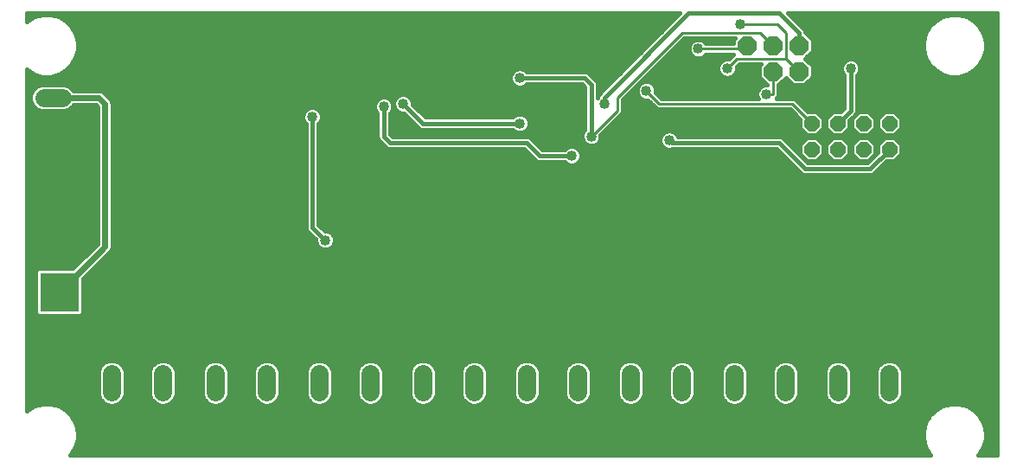
<source format=gbl>
G75*
%MOIN*%
%OFA0B0*%
%FSLAX25Y25*%
%IPPOS*%
%LPD*%
%AMOC8*
5,1,8,0,0,1.08239X$1,22.5*
%
%ADD10R,0.15000X0.15000*%
%ADD11C,0.07050*%
%ADD12OC8,0.07400*%
%ADD13OC8,0.06000*%
%ADD14C,0.01000*%
%ADD15C,0.04000*%
%ADD16C,0.01600*%
%ADD17C,0.02400*%
%ADD18C,0.03962*%
D10*
X0020300Y0069300D03*
D11*
X0040457Y0037825D02*
X0040457Y0030775D01*
X0060143Y0030775D02*
X0060143Y0037825D01*
X0080457Y0037825D02*
X0080457Y0030775D01*
X0100143Y0030775D02*
X0100143Y0037825D01*
X0120457Y0037825D02*
X0120457Y0030775D01*
X0140143Y0030775D02*
X0140143Y0037825D01*
X0160457Y0037825D02*
X0160457Y0030775D01*
X0180143Y0030775D02*
X0180143Y0037825D01*
X0200457Y0037825D02*
X0200457Y0030775D01*
X0220143Y0030775D02*
X0220143Y0037825D01*
X0240457Y0037825D02*
X0240457Y0030775D01*
X0260143Y0030775D02*
X0260143Y0037825D01*
X0280457Y0037825D02*
X0280457Y0030775D01*
X0300143Y0030775D02*
X0300143Y0037825D01*
X0320457Y0037825D02*
X0320457Y0030775D01*
X0340143Y0030775D02*
X0340143Y0037825D01*
X0021325Y0124457D02*
X0014275Y0124457D01*
X0014275Y0144143D02*
X0021325Y0144143D01*
D12*
X0285300Y0154300D03*
X0295300Y0154300D03*
X0305300Y0154300D03*
X0305300Y0164300D03*
X0295300Y0164300D03*
X0285300Y0164300D03*
D13*
X0310300Y0134300D03*
X0320300Y0134300D03*
X0330300Y0134300D03*
X0340300Y0134300D03*
X0340300Y0124300D03*
X0330300Y0124300D03*
X0320300Y0124300D03*
X0310300Y0124300D03*
D14*
X0310300Y0134300D02*
X0302800Y0141800D01*
X0251550Y0141800D01*
X0246550Y0146800D01*
X0235300Y0144300D02*
X0235300Y0139300D01*
X0225300Y0129300D01*
X0235300Y0144300D02*
X0260300Y0169300D01*
X0290300Y0169300D01*
X0295300Y0164300D01*
X0285300Y0164300D02*
X0284050Y0163050D01*
X0266550Y0163050D01*
X0277800Y0155550D02*
X0281550Y0159300D01*
X0300300Y0159300D01*
X0305300Y0154300D01*
X0300300Y0159300D02*
X0300300Y0169300D01*
X0296954Y0172646D01*
X0282800Y0172646D01*
X0295300Y0154300D02*
X0295300Y0145550D01*
X0292800Y0145550D01*
D15*
X0292800Y0145550D03*
X0277800Y0155550D03*
X0266550Y0163050D03*
X0282800Y0172646D03*
X0320300Y0169300D03*
X0327800Y0169300D03*
X0335300Y0169300D03*
X0342800Y0169300D03*
X0342800Y0159300D03*
X0335300Y0159300D03*
X0325300Y0155550D03*
X0350300Y0139300D03*
X0350300Y0129300D03*
X0370300Y0129300D03*
X0370300Y0139300D03*
X0370300Y0149300D03*
X0370300Y0119300D03*
X0350300Y0119300D03*
X0345300Y0109300D03*
X0335300Y0109300D03*
X0325300Y0109300D03*
X0315300Y0109300D03*
X0297800Y0113000D03*
X0287800Y0118000D03*
X0272800Y0118000D03*
X0257800Y0118000D03*
X0242800Y0118000D03*
X0227800Y0118000D03*
X0217800Y0121800D03*
X0217800Y0129800D03*
X0210300Y0129800D03*
X0197800Y0134300D03*
X0195300Y0139800D03*
X0187800Y0139800D03*
X0180300Y0139800D03*
X0202800Y0139800D03*
X0210300Y0139800D03*
X0217800Y0139800D03*
X0230300Y0141800D03*
X0246550Y0146800D03*
X0222800Y0156800D03*
X0212800Y0156800D03*
X0202800Y0156800D03*
X0197800Y0151800D03*
X0185300Y0161800D03*
X0172800Y0161800D03*
X0160300Y0161800D03*
X0147800Y0161800D03*
X0135300Y0161800D03*
X0122800Y0161800D03*
X0110300Y0161800D03*
X0097800Y0169300D03*
X0072800Y0161800D03*
X0060300Y0161800D03*
X0060300Y0169300D03*
X0047800Y0161800D03*
X0037800Y0161800D03*
X0042800Y0156800D03*
X0042800Y0144300D03*
X0042800Y0131800D03*
X0042800Y0119300D03*
X0010300Y0111800D03*
X0010300Y0106800D03*
X0010300Y0101800D03*
X0010300Y0096800D03*
X0067800Y0094300D03*
X0075300Y0094300D03*
X0075300Y0086800D03*
X0067800Y0086800D03*
X0067800Y0079300D03*
X0075300Y0079300D03*
X0107800Y0079300D03*
X0115300Y0079300D03*
X0115300Y0086800D03*
X0107800Y0086800D03*
X0107800Y0094300D03*
X0122800Y0089300D03*
X0147800Y0086800D03*
X0155300Y0086800D03*
X0155300Y0079300D03*
X0147800Y0079300D03*
X0147800Y0094300D03*
X0155300Y0094300D03*
X0180300Y0101800D03*
X0187800Y0101800D03*
X0195300Y0101800D03*
X0195300Y0094300D03*
X0187800Y0094300D03*
X0187800Y0086800D03*
X0195300Y0086800D03*
X0195300Y0079300D03*
X0187800Y0079300D03*
X0227800Y0079300D03*
X0235300Y0079300D03*
X0235300Y0086800D03*
X0227800Y0086800D03*
X0227800Y0094300D03*
X0235300Y0094300D03*
X0235300Y0101800D03*
X0227800Y0101800D03*
X0220300Y0101800D03*
X0197800Y0120800D03*
X0225300Y0129300D03*
X0255300Y0127800D03*
X0267800Y0131800D03*
X0277800Y0131800D03*
X0287800Y0131800D03*
X0297800Y0131800D03*
X0275300Y0101800D03*
X0267800Y0101800D03*
X0260300Y0101800D03*
X0267800Y0094300D03*
X0275300Y0094300D03*
X0275300Y0086800D03*
X0267800Y0086800D03*
X0267800Y0079300D03*
X0275300Y0079300D03*
X0307800Y0079300D03*
X0315300Y0079300D03*
X0315300Y0086800D03*
X0307800Y0086800D03*
X0315300Y0094300D03*
X0345300Y0079300D03*
X0355300Y0079300D03*
X0370300Y0081800D03*
X0370300Y0071800D03*
X0370300Y0061800D03*
X0357800Y0061800D03*
X0357800Y0051800D03*
X0370300Y0051800D03*
X0370300Y0041800D03*
X0357800Y0041800D03*
X0357800Y0031800D03*
X0370300Y0031800D03*
X0340300Y0011800D03*
X0320300Y0011800D03*
X0300300Y0011800D03*
X0280300Y0011800D03*
X0260300Y0011800D03*
X0240300Y0011800D03*
X0220300Y0011800D03*
X0200300Y0011800D03*
X0180300Y0011800D03*
X0160300Y0011800D03*
X0140300Y0011800D03*
X0120300Y0011800D03*
X0100300Y0011800D03*
X0080300Y0011800D03*
X0060300Y0011800D03*
X0040300Y0011800D03*
X0025300Y0031800D03*
X0015300Y0031800D03*
X0015300Y0041800D03*
X0025300Y0041800D03*
X0025300Y0051800D03*
X0015300Y0051800D03*
X0155300Y0119800D03*
X0117800Y0136800D03*
X0145300Y0140800D03*
X0152800Y0141800D03*
X0115300Y0151800D03*
X0147800Y0169300D03*
X0185300Y0169300D03*
X0197800Y0169300D03*
X0222800Y0171800D03*
X0232800Y0171800D03*
X0242800Y0171800D03*
D16*
X0024902Y0006932D02*
X0024571Y0006600D01*
X0356029Y0006600D01*
X0355698Y0006932D01*
X0354118Y0009668D01*
X0353300Y0012720D01*
X0353300Y0015880D01*
X0354118Y0018932D01*
X0355698Y0021668D01*
X0357932Y0023902D01*
X0360668Y0025482D01*
X0363720Y0026300D01*
X0366880Y0026300D01*
X0369932Y0025482D01*
X0372668Y0023902D01*
X0374902Y0021668D01*
X0376482Y0018932D01*
X0377300Y0015880D01*
X0377300Y0012720D01*
X0376482Y0009668D01*
X0374902Y0006932D01*
X0374571Y0006600D01*
X0381701Y0006600D01*
X0381701Y0176961D01*
X0301033Y0176961D01*
X0307335Y0170659D01*
X0307700Y0169777D01*
X0307700Y0169395D01*
X0310600Y0166495D01*
X0310600Y0162105D01*
X0307795Y0159300D01*
X0310600Y0156495D01*
X0310600Y0152105D01*
X0307495Y0149000D01*
X0303105Y0149000D01*
X0300300Y0151805D01*
X0297495Y0149000D01*
X0297400Y0149000D01*
X0297400Y0144680D01*
X0296620Y0143900D01*
X0303670Y0143900D01*
X0304900Y0142670D01*
X0308670Y0138900D01*
X0312205Y0138900D01*
X0314900Y0136205D01*
X0314900Y0132395D01*
X0312205Y0129700D01*
X0308395Y0129700D01*
X0305700Y0132395D01*
X0305700Y0135930D01*
X0301930Y0139700D01*
X0250680Y0139700D01*
X0247180Y0143200D01*
X0245834Y0143200D01*
X0244511Y0143748D01*
X0243498Y0144761D01*
X0242950Y0146084D01*
X0242950Y0147516D01*
X0243498Y0148839D01*
X0244511Y0149852D01*
X0245834Y0150400D01*
X0247266Y0150400D01*
X0248589Y0149852D01*
X0249602Y0148839D01*
X0250150Y0147516D01*
X0250150Y0146170D01*
X0252420Y0143900D01*
X0289587Y0143900D01*
X0289200Y0144834D01*
X0289200Y0146266D01*
X0289748Y0147589D01*
X0290761Y0148602D01*
X0292084Y0149150D01*
X0292955Y0149150D01*
X0290000Y0152105D01*
X0290000Y0156495D01*
X0290705Y0157200D01*
X0282420Y0157200D01*
X0281400Y0156180D01*
X0281400Y0154834D01*
X0280852Y0153511D01*
X0279839Y0152498D01*
X0278516Y0151950D01*
X0277084Y0151950D01*
X0275761Y0152498D01*
X0274748Y0153511D01*
X0274200Y0154834D01*
X0274200Y0156266D01*
X0274748Y0157589D01*
X0275761Y0158602D01*
X0277084Y0159150D01*
X0278430Y0159150D01*
X0279450Y0160170D01*
X0280230Y0160950D01*
X0269541Y0160950D01*
X0268589Y0159998D01*
X0267266Y0159450D01*
X0265834Y0159450D01*
X0264511Y0159998D01*
X0263498Y0161011D01*
X0262950Y0162334D01*
X0262950Y0163766D01*
X0263498Y0165089D01*
X0264511Y0166102D01*
X0265834Y0166650D01*
X0267266Y0166650D01*
X0268589Y0166102D01*
X0269541Y0165150D01*
X0280000Y0165150D01*
X0280000Y0166495D01*
X0280705Y0167200D01*
X0261170Y0167200D01*
X0237400Y0143430D01*
X0237400Y0138430D01*
X0228900Y0129930D01*
X0228900Y0128584D01*
X0228352Y0127261D01*
X0227339Y0126248D01*
X0226016Y0125700D01*
X0224584Y0125700D01*
X0223261Y0126248D01*
X0222248Y0127261D01*
X0221700Y0128584D01*
X0221700Y0130016D01*
X0222248Y0131339D01*
X0222900Y0131991D01*
X0222900Y0148306D01*
X0221806Y0149400D01*
X0200491Y0149400D01*
X0199839Y0148748D01*
X0198516Y0148200D01*
X0197084Y0148200D01*
X0195761Y0148748D01*
X0194748Y0149761D01*
X0194200Y0151084D01*
X0194200Y0152516D01*
X0194748Y0153839D01*
X0195761Y0154852D01*
X0197084Y0155400D01*
X0198516Y0155400D01*
X0199839Y0154852D01*
X0200491Y0154200D01*
X0223277Y0154200D01*
X0224159Y0153835D01*
X0224835Y0153159D01*
X0227335Y0150659D01*
X0227700Y0149777D01*
X0227700Y0144291D01*
X0227900Y0144491D01*
X0227900Y0144777D01*
X0228265Y0145659D01*
X0228941Y0146335D01*
X0259567Y0176961D01*
X0007600Y0176961D01*
X0007600Y0173571D01*
X0007932Y0173902D01*
X0010668Y0175482D01*
X0013720Y0176300D01*
X0016880Y0176300D01*
X0019932Y0175482D01*
X0022668Y0173902D01*
X0024902Y0171668D01*
X0026482Y0168932D01*
X0027300Y0165880D01*
X0027300Y0162720D01*
X0026482Y0159668D01*
X0024902Y0156932D01*
X0022668Y0154698D01*
X0019932Y0153118D01*
X0016880Y0152300D01*
X0013720Y0152300D01*
X0010668Y0153118D01*
X0007932Y0154698D01*
X0007600Y0155029D01*
X0007600Y0023571D01*
X0007932Y0023902D01*
X0010668Y0025482D01*
X0013720Y0026300D01*
X0016880Y0026300D01*
X0019932Y0025482D01*
X0022668Y0023902D01*
X0024902Y0021668D01*
X0026482Y0018932D01*
X0027300Y0015880D01*
X0027300Y0012720D01*
X0026482Y0009668D01*
X0024902Y0006932D01*
X0025631Y0008194D02*
X0354969Y0008194D01*
X0354084Y0009793D02*
X0026516Y0009793D01*
X0026944Y0011391D02*
X0353656Y0011391D01*
X0353300Y0012990D02*
X0027300Y0012990D01*
X0027300Y0014588D02*
X0353300Y0014588D01*
X0353382Y0016187D02*
X0027218Y0016187D01*
X0026789Y0017785D02*
X0353811Y0017785D01*
X0354379Y0019384D02*
X0026221Y0019384D01*
X0025298Y0020982D02*
X0355302Y0020982D01*
X0356610Y0022581D02*
X0023990Y0022581D01*
X0022189Y0024179D02*
X0358411Y0024179D01*
X0361771Y0025778D02*
X0341470Y0025778D01*
X0341162Y0025650D02*
X0343046Y0026430D01*
X0344487Y0027872D01*
X0345268Y0029756D01*
X0345268Y0038844D01*
X0344487Y0040728D01*
X0343046Y0042170D01*
X0341162Y0042950D01*
X0339123Y0042950D01*
X0337239Y0042170D01*
X0335798Y0040728D01*
X0335018Y0038844D01*
X0335018Y0029756D01*
X0335798Y0027872D01*
X0337239Y0026430D01*
X0339123Y0025650D01*
X0341162Y0025650D01*
X0338815Y0025778D02*
X0321785Y0025778D01*
X0321477Y0025650D02*
X0323361Y0026430D01*
X0324802Y0027872D01*
X0325582Y0029756D01*
X0325582Y0038844D01*
X0324802Y0040728D01*
X0323361Y0042170D01*
X0321477Y0042950D01*
X0319438Y0042950D01*
X0317554Y0042170D01*
X0316113Y0040728D01*
X0315332Y0038844D01*
X0315332Y0029756D01*
X0316113Y0027872D01*
X0317554Y0026430D01*
X0319438Y0025650D01*
X0321477Y0025650D01*
X0319130Y0025778D02*
X0301470Y0025778D01*
X0301162Y0025650D02*
X0303046Y0026430D01*
X0304487Y0027872D01*
X0305268Y0029756D01*
X0305268Y0038844D01*
X0304487Y0040728D01*
X0303046Y0042170D01*
X0301162Y0042950D01*
X0299123Y0042950D01*
X0297239Y0042170D01*
X0295798Y0040728D01*
X0295018Y0038844D01*
X0295018Y0029756D01*
X0295798Y0027872D01*
X0297239Y0026430D01*
X0299123Y0025650D01*
X0301162Y0025650D01*
X0298815Y0025778D02*
X0281785Y0025778D01*
X0281477Y0025650D02*
X0283361Y0026430D01*
X0284802Y0027872D01*
X0285582Y0029756D01*
X0285582Y0038844D01*
X0284802Y0040728D01*
X0283361Y0042170D01*
X0281477Y0042950D01*
X0279438Y0042950D01*
X0277554Y0042170D01*
X0276113Y0040728D01*
X0275332Y0038844D01*
X0275332Y0029756D01*
X0276113Y0027872D01*
X0277554Y0026430D01*
X0279438Y0025650D01*
X0281477Y0025650D01*
X0279130Y0025778D02*
X0261470Y0025778D01*
X0261162Y0025650D02*
X0263046Y0026430D01*
X0264487Y0027872D01*
X0265268Y0029756D01*
X0265268Y0038844D01*
X0264487Y0040728D01*
X0263046Y0042170D01*
X0261162Y0042950D01*
X0259123Y0042950D01*
X0257239Y0042170D01*
X0255798Y0040728D01*
X0255018Y0038844D01*
X0255018Y0029756D01*
X0255798Y0027872D01*
X0257239Y0026430D01*
X0259123Y0025650D01*
X0261162Y0025650D01*
X0258815Y0025778D02*
X0241785Y0025778D01*
X0241477Y0025650D02*
X0243361Y0026430D01*
X0244802Y0027872D01*
X0245582Y0029756D01*
X0245582Y0038844D01*
X0244802Y0040728D01*
X0243361Y0042170D01*
X0241477Y0042950D01*
X0239438Y0042950D01*
X0237554Y0042170D01*
X0236113Y0040728D01*
X0235332Y0038844D01*
X0235332Y0029756D01*
X0236113Y0027872D01*
X0237554Y0026430D01*
X0239438Y0025650D01*
X0241477Y0025650D01*
X0239130Y0025778D02*
X0221470Y0025778D01*
X0221162Y0025650D02*
X0223046Y0026430D01*
X0224487Y0027872D01*
X0225268Y0029756D01*
X0225268Y0038844D01*
X0224487Y0040728D01*
X0223046Y0042170D01*
X0221162Y0042950D01*
X0219123Y0042950D01*
X0217239Y0042170D01*
X0215798Y0040728D01*
X0215018Y0038844D01*
X0215018Y0029756D01*
X0215798Y0027872D01*
X0217239Y0026430D01*
X0219123Y0025650D01*
X0221162Y0025650D01*
X0218815Y0025778D02*
X0201785Y0025778D01*
X0201477Y0025650D02*
X0203361Y0026430D01*
X0204802Y0027872D01*
X0205582Y0029756D01*
X0205582Y0038844D01*
X0204802Y0040728D01*
X0203361Y0042170D01*
X0201477Y0042950D01*
X0199438Y0042950D01*
X0197554Y0042170D01*
X0196113Y0040728D01*
X0195332Y0038844D01*
X0195332Y0029756D01*
X0196113Y0027872D01*
X0197554Y0026430D01*
X0199438Y0025650D01*
X0201477Y0025650D01*
X0199130Y0025778D02*
X0181470Y0025778D01*
X0181162Y0025650D02*
X0183046Y0026430D01*
X0184487Y0027872D01*
X0185268Y0029756D01*
X0185268Y0038844D01*
X0184487Y0040728D01*
X0183046Y0042170D01*
X0181162Y0042950D01*
X0179123Y0042950D01*
X0177239Y0042170D01*
X0175798Y0040728D01*
X0175018Y0038844D01*
X0175018Y0029756D01*
X0175798Y0027872D01*
X0177239Y0026430D01*
X0179123Y0025650D01*
X0181162Y0025650D01*
X0178815Y0025778D02*
X0161785Y0025778D01*
X0161477Y0025650D02*
X0163361Y0026430D01*
X0164802Y0027872D01*
X0165582Y0029756D01*
X0165582Y0038844D01*
X0164802Y0040728D01*
X0163361Y0042170D01*
X0161477Y0042950D01*
X0159438Y0042950D01*
X0157554Y0042170D01*
X0156113Y0040728D01*
X0155332Y0038844D01*
X0155332Y0029756D01*
X0156113Y0027872D01*
X0157554Y0026430D01*
X0159438Y0025650D01*
X0161477Y0025650D01*
X0159130Y0025778D02*
X0141470Y0025778D01*
X0141162Y0025650D02*
X0143046Y0026430D01*
X0144487Y0027872D01*
X0145268Y0029756D01*
X0145268Y0038844D01*
X0144487Y0040728D01*
X0143046Y0042170D01*
X0141162Y0042950D01*
X0139123Y0042950D01*
X0137239Y0042170D01*
X0135798Y0040728D01*
X0135018Y0038844D01*
X0135018Y0029756D01*
X0135798Y0027872D01*
X0137239Y0026430D01*
X0139123Y0025650D01*
X0141162Y0025650D01*
X0138815Y0025778D02*
X0121785Y0025778D01*
X0121477Y0025650D02*
X0123361Y0026430D01*
X0124802Y0027872D01*
X0125582Y0029756D01*
X0125582Y0038844D01*
X0124802Y0040728D01*
X0123361Y0042170D01*
X0121477Y0042950D01*
X0119438Y0042950D01*
X0117554Y0042170D01*
X0116113Y0040728D01*
X0115332Y0038844D01*
X0115332Y0029756D01*
X0116113Y0027872D01*
X0117554Y0026430D01*
X0119438Y0025650D01*
X0121477Y0025650D01*
X0119130Y0025778D02*
X0101470Y0025778D01*
X0101162Y0025650D02*
X0103046Y0026430D01*
X0104487Y0027872D01*
X0105268Y0029756D01*
X0105268Y0038844D01*
X0104487Y0040728D01*
X0103046Y0042170D01*
X0101162Y0042950D01*
X0099123Y0042950D01*
X0097239Y0042170D01*
X0095798Y0040728D01*
X0095018Y0038844D01*
X0095018Y0029756D01*
X0095798Y0027872D01*
X0097239Y0026430D01*
X0099123Y0025650D01*
X0101162Y0025650D01*
X0098815Y0025778D02*
X0081785Y0025778D01*
X0081477Y0025650D02*
X0083361Y0026430D01*
X0084802Y0027872D01*
X0085582Y0029756D01*
X0085582Y0038844D01*
X0084802Y0040728D01*
X0083361Y0042170D01*
X0081477Y0042950D01*
X0079438Y0042950D01*
X0077554Y0042170D01*
X0076113Y0040728D01*
X0075332Y0038844D01*
X0075332Y0029756D01*
X0076113Y0027872D01*
X0077554Y0026430D01*
X0079438Y0025650D01*
X0081477Y0025650D01*
X0079130Y0025778D02*
X0061470Y0025778D01*
X0061162Y0025650D02*
X0063046Y0026430D01*
X0064487Y0027872D01*
X0065268Y0029756D01*
X0065268Y0038844D01*
X0064487Y0040728D01*
X0063046Y0042170D01*
X0061162Y0042950D01*
X0059123Y0042950D01*
X0057239Y0042170D01*
X0055798Y0040728D01*
X0055018Y0038844D01*
X0055018Y0029756D01*
X0055798Y0027872D01*
X0057239Y0026430D01*
X0059123Y0025650D01*
X0061162Y0025650D01*
X0058815Y0025778D02*
X0041785Y0025778D01*
X0041477Y0025650D02*
X0043361Y0026430D01*
X0044802Y0027872D01*
X0045582Y0029756D01*
X0045582Y0038844D01*
X0044802Y0040728D01*
X0043361Y0042170D01*
X0041477Y0042950D01*
X0039438Y0042950D01*
X0037554Y0042170D01*
X0036113Y0040728D01*
X0035332Y0038844D01*
X0035332Y0029756D01*
X0036113Y0027872D01*
X0037554Y0026430D01*
X0039438Y0025650D01*
X0041477Y0025650D01*
X0039130Y0025778D02*
X0018829Y0025778D01*
X0011771Y0025778D02*
X0007600Y0025778D01*
X0007600Y0027376D02*
X0036608Y0027376D01*
X0035656Y0028975D02*
X0007600Y0028975D01*
X0007600Y0030573D02*
X0035332Y0030573D01*
X0035332Y0032172D02*
X0007600Y0032172D01*
X0007600Y0033770D02*
X0035332Y0033770D01*
X0035332Y0035369D02*
X0007600Y0035369D01*
X0007600Y0036967D02*
X0035332Y0036967D01*
X0035332Y0038566D02*
X0007600Y0038566D01*
X0007600Y0040164D02*
X0035879Y0040164D01*
X0037147Y0041763D02*
X0007600Y0041763D01*
X0007600Y0043361D02*
X0381701Y0043361D01*
X0381701Y0041763D02*
X0343453Y0041763D01*
X0344721Y0040164D02*
X0381701Y0040164D01*
X0381701Y0038566D02*
X0345268Y0038566D01*
X0345268Y0036967D02*
X0381701Y0036967D01*
X0381701Y0035369D02*
X0345268Y0035369D01*
X0345268Y0033770D02*
X0381701Y0033770D01*
X0381701Y0032172D02*
X0345268Y0032172D01*
X0345268Y0030573D02*
X0381701Y0030573D01*
X0381701Y0028975D02*
X0344944Y0028975D01*
X0343992Y0027376D02*
X0381701Y0027376D01*
X0381701Y0025778D02*
X0368829Y0025778D01*
X0372189Y0024179D02*
X0381701Y0024179D01*
X0381701Y0022581D02*
X0373990Y0022581D01*
X0375298Y0020982D02*
X0381701Y0020982D01*
X0381701Y0019384D02*
X0376221Y0019384D01*
X0376789Y0017785D02*
X0381701Y0017785D01*
X0381701Y0016187D02*
X0377218Y0016187D01*
X0377300Y0014588D02*
X0381701Y0014588D01*
X0381701Y0012990D02*
X0377300Y0012990D01*
X0376944Y0011391D02*
X0381701Y0011391D01*
X0381701Y0009793D02*
X0376516Y0009793D01*
X0375631Y0008194D02*
X0381701Y0008194D01*
X0336293Y0027376D02*
X0324307Y0027376D01*
X0325259Y0028975D02*
X0335341Y0028975D01*
X0335018Y0030573D02*
X0325582Y0030573D01*
X0325582Y0032172D02*
X0335018Y0032172D01*
X0335018Y0033770D02*
X0325582Y0033770D01*
X0325582Y0035369D02*
X0335018Y0035369D01*
X0335018Y0036967D02*
X0325582Y0036967D01*
X0325582Y0038566D02*
X0335018Y0038566D01*
X0335564Y0040164D02*
X0325036Y0040164D01*
X0323768Y0041763D02*
X0336832Y0041763D01*
X0317147Y0041763D02*
X0303453Y0041763D01*
X0304721Y0040164D02*
X0315879Y0040164D01*
X0315332Y0038566D02*
X0305268Y0038566D01*
X0305268Y0036967D02*
X0315332Y0036967D01*
X0315332Y0035369D02*
X0305268Y0035369D01*
X0305268Y0033770D02*
X0315332Y0033770D01*
X0315332Y0032172D02*
X0305268Y0032172D01*
X0305268Y0030573D02*
X0315332Y0030573D01*
X0315656Y0028975D02*
X0304944Y0028975D01*
X0303992Y0027376D02*
X0316608Y0027376D01*
X0296293Y0027376D02*
X0284307Y0027376D01*
X0285259Y0028975D02*
X0295341Y0028975D01*
X0295018Y0030573D02*
X0285582Y0030573D01*
X0285582Y0032172D02*
X0295018Y0032172D01*
X0295018Y0033770D02*
X0285582Y0033770D01*
X0285582Y0035369D02*
X0295018Y0035369D01*
X0295018Y0036967D02*
X0285582Y0036967D01*
X0285582Y0038566D02*
X0295018Y0038566D01*
X0295564Y0040164D02*
X0285036Y0040164D01*
X0283768Y0041763D02*
X0296832Y0041763D01*
X0277147Y0041763D02*
X0263453Y0041763D01*
X0264721Y0040164D02*
X0275879Y0040164D01*
X0275332Y0038566D02*
X0265268Y0038566D01*
X0265268Y0036967D02*
X0275332Y0036967D01*
X0275332Y0035369D02*
X0265268Y0035369D01*
X0265268Y0033770D02*
X0275332Y0033770D01*
X0275332Y0032172D02*
X0265268Y0032172D01*
X0265268Y0030573D02*
X0275332Y0030573D01*
X0275656Y0028975D02*
X0264944Y0028975D01*
X0263992Y0027376D02*
X0276608Y0027376D01*
X0256293Y0027376D02*
X0244307Y0027376D01*
X0245259Y0028975D02*
X0255341Y0028975D01*
X0255018Y0030573D02*
X0245582Y0030573D01*
X0245582Y0032172D02*
X0255018Y0032172D01*
X0255018Y0033770D02*
X0245582Y0033770D01*
X0245582Y0035369D02*
X0255018Y0035369D01*
X0255018Y0036967D02*
X0245582Y0036967D01*
X0245582Y0038566D02*
X0255018Y0038566D01*
X0255564Y0040164D02*
X0245036Y0040164D01*
X0243768Y0041763D02*
X0256832Y0041763D01*
X0237147Y0041763D02*
X0223453Y0041763D01*
X0224721Y0040164D02*
X0235879Y0040164D01*
X0235332Y0038566D02*
X0225268Y0038566D01*
X0225268Y0036967D02*
X0235332Y0036967D01*
X0235332Y0035369D02*
X0225268Y0035369D01*
X0225268Y0033770D02*
X0235332Y0033770D01*
X0235332Y0032172D02*
X0225268Y0032172D01*
X0225268Y0030573D02*
X0235332Y0030573D01*
X0235656Y0028975D02*
X0224944Y0028975D01*
X0223992Y0027376D02*
X0236608Y0027376D01*
X0216293Y0027376D02*
X0204307Y0027376D01*
X0205259Y0028975D02*
X0215341Y0028975D01*
X0215018Y0030573D02*
X0205582Y0030573D01*
X0205582Y0032172D02*
X0215018Y0032172D01*
X0215018Y0033770D02*
X0205582Y0033770D01*
X0205582Y0035369D02*
X0215018Y0035369D01*
X0215018Y0036967D02*
X0205582Y0036967D01*
X0205582Y0038566D02*
X0215018Y0038566D01*
X0215564Y0040164D02*
X0205036Y0040164D01*
X0203768Y0041763D02*
X0216832Y0041763D01*
X0197147Y0041763D02*
X0183453Y0041763D01*
X0184721Y0040164D02*
X0195879Y0040164D01*
X0195332Y0038566D02*
X0185268Y0038566D01*
X0185268Y0036967D02*
X0195332Y0036967D01*
X0195332Y0035369D02*
X0185268Y0035369D01*
X0185268Y0033770D02*
X0195332Y0033770D01*
X0195332Y0032172D02*
X0185268Y0032172D01*
X0185268Y0030573D02*
X0195332Y0030573D01*
X0195656Y0028975D02*
X0184944Y0028975D01*
X0183992Y0027376D02*
X0196608Y0027376D01*
X0176293Y0027376D02*
X0164307Y0027376D01*
X0165259Y0028975D02*
X0175341Y0028975D01*
X0175018Y0030573D02*
X0165582Y0030573D01*
X0165582Y0032172D02*
X0175018Y0032172D01*
X0175018Y0033770D02*
X0165582Y0033770D01*
X0165582Y0035369D02*
X0175018Y0035369D01*
X0175018Y0036967D02*
X0165582Y0036967D01*
X0165582Y0038566D02*
X0175018Y0038566D01*
X0175564Y0040164D02*
X0165036Y0040164D01*
X0163768Y0041763D02*
X0176832Y0041763D01*
X0157147Y0041763D02*
X0143453Y0041763D01*
X0144721Y0040164D02*
X0155879Y0040164D01*
X0155332Y0038566D02*
X0145268Y0038566D01*
X0145268Y0036967D02*
X0155332Y0036967D01*
X0155332Y0035369D02*
X0145268Y0035369D01*
X0145268Y0033770D02*
X0155332Y0033770D01*
X0155332Y0032172D02*
X0145268Y0032172D01*
X0145268Y0030573D02*
X0155332Y0030573D01*
X0155656Y0028975D02*
X0144944Y0028975D01*
X0143992Y0027376D02*
X0156608Y0027376D01*
X0136293Y0027376D02*
X0124307Y0027376D01*
X0125259Y0028975D02*
X0135341Y0028975D01*
X0135018Y0030573D02*
X0125582Y0030573D01*
X0125582Y0032172D02*
X0135018Y0032172D01*
X0135018Y0033770D02*
X0125582Y0033770D01*
X0125582Y0035369D02*
X0135018Y0035369D01*
X0135018Y0036967D02*
X0125582Y0036967D01*
X0125582Y0038566D02*
X0135018Y0038566D01*
X0135564Y0040164D02*
X0125036Y0040164D01*
X0123768Y0041763D02*
X0136832Y0041763D01*
X0117147Y0041763D02*
X0103453Y0041763D01*
X0104721Y0040164D02*
X0115879Y0040164D01*
X0115332Y0038566D02*
X0105268Y0038566D01*
X0105268Y0036967D02*
X0115332Y0036967D01*
X0115332Y0035369D02*
X0105268Y0035369D01*
X0105268Y0033770D02*
X0115332Y0033770D01*
X0115332Y0032172D02*
X0105268Y0032172D01*
X0105268Y0030573D02*
X0115332Y0030573D01*
X0115656Y0028975D02*
X0104944Y0028975D01*
X0103992Y0027376D02*
X0116608Y0027376D01*
X0096293Y0027376D02*
X0084307Y0027376D01*
X0085259Y0028975D02*
X0095341Y0028975D01*
X0095018Y0030573D02*
X0085582Y0030573D01*
X0085582Y0032172D02*
X0095018Y0032172D01*
X0095018Y0033770D02*
X0085582Y0033770D01*
X0085582Y0035369D02*
X0095018Y0035369D01*
X0095018Y0036967D02*
X0085582Y0036967D01*
X0085582Y0038566D02*
X0095018Y0038566D01*
X0095564Y0040164D02*
X0085036Y0040164D01*
X0083768Y0041763D02*
X0096832Y0041763D01*
X0077147Y0041763D02*
X0063453Y0041763D01*
X0064721Y0040164D02*
X0075879Y0040164D01*
X0075332Y0038566D02*
X0065268Y0038566D01*
X0065268Y0036967D02*
X0075332Y0036967D01*
X0075332Y0035369D02*
X0065268Y0035369D01*
X0065268Y0033770D02*
X0075332Y0033770D01*
X0075332Y0032172D02*
X0065268Y0032172D01*
X0065268Y0030573D02*
X0075332Y0030573D01*
X0075656Y0028975D02*
X0064944Y0028975D01*
X0063992Y0027376D02*
X0076608Y0027376D01*
X0056293Y0027376D02*
X0044307Y0027376D01*
X0045259Y0028975D02*
X0055341Y0028975D01*
X0055018Y0030573D02*
X0045582Y0030573D01*
X0045582Y0032172D02*
X0055018Y0032172D01*
X0055018Y0033770D02*
X0045582Y0033770D01*
X0045582Y0035369D02*
X0055018Y0035369D01*
X0055018Y0036967D02*
X0045582Y0036967D01*
X0045582Y0038566D02*
X0055018Y0038566D01*
X0055564Y0040164D02*
X0045036Y0040164D01*
X0043768Y0041763D02*
X0056832Y0041763D01*
X0029400Y0061137D02*
X0028463Y0060200D01*
X0012137Y0060200D01*
X0011200Y0061137D01*
X0011200Y0077463D01*
X0012137Y0078400D01*
X0025440Y0078400D01*
X0035000Y0087960D01*
X0035000Y0140640D01*
X0034298Y0141343D01*
X0025712Y0141343D01*
X0025670Y0141239D01*
X0024228Y0139798D01*
X0022344Y0139018D01*
X0013256Y0139018D01*
X0011372Y0139798D01*
X0009930Y0141239D01*
X0009150Y0143123D01*
X0009150Y0145162D01*
X0009930Y0147046D01*
X0011372Y0148487D01*
X0013256Y0149268D01*
X0022344Y0149268D01*
X0024228Y0148487D01*
X0025670Y0147046D01*
X0025712Y0146943D01*
X0036014Y0146943D01*
X0037044Y0146516D01*
X0039386Y0144174D01*
X0040174Y0143386D01*
X0040600Y0142357D01*
X0040600Y0086243D01*
X0040174Y0085214D01*
X0029400Y0074440D01*
X0029400Y0061137D01*
X0029208Y0060945D02*
X0381701Y0060945D01*
X0381701Y0062543D02*
X0029400Y0062543D01*
X0029400Y0064142D02*
X0381701Y0064142D01*
X0381701Y0065740D02*
X0029400Y0065740D01*
X0029400Y0067339D02*
X0381701Y0067339D01*
X0381701Y0068937D02*
X0029400Y0068937D01*
X0029400Y0070536D02*
X0381701Y0070536D01*
X0381701Y0072134D02*
X0029400Y0072134D01*
X0029400Y0073733D02*
X0381701Y0073733D01*
X0381701Y0075332D02*
X0030291Y0075332D01*
X0031890Y0076930D02*
X0381701Y0076930D01*
X0381701Y0078529D02*
X0033488Y0078529D01*
X0035087Y0080127D02*
X0381701Y0080127D01*
X0381701Y0081726D02*
X0036685Y0081726D01*
X0038284Y0083324D02*
X0381701Y0083324D01*
X0381701Y0084923D02*
X0039882Y0084923D01*
X0040600Y0086521D02*
X0120488Y0086521D01*
X0120761Y0086248D02*
X0122084Y0085700D01*
X0123516Y0085700D01*
X0124839Y0086248D01*
X0125852Y0087261D01*
X0126400Y0088584D01*
X0126400Y0090016D01*
X0125852Y0091339D01*
X0124839Y0092352D01*
X0123516Y0092900D01*
X0122594Y0092900D01*
X0120200Y0095294D01*
X0120200Y0134109D01*
X0120852Y0134761D01*
X0121400Y0136084D01*
X0121400Y0137516D01*
X0120852Y0138839D01*
X0119839Y0139852D01*
X0118516Y0140400D01*
X0117084Y0140400D01*
X0115761Y0139852D01*
X0114748Y0138839D01*
X0114200Y0137516D01*
X0114200Y0136084D01*
X0114748Y0134761D01*
X0115400Y0134109D01*
X0115400Y0093823D01*
X0115765Y0092941D01*
X0119200Y0089506D01*
X0119200Y0088584D01*
X0119748Y0087261D01*
X0120761Y0086248D01*
X0119392Y0088120D02*
X0040600Y0088120D01*
X0040600Y0089718D02*
X0118988Y0089718D01*
X0117389Y0091317D02*
X0040600Y0091317D01*
X0040600Y0092915D02*
X0115791Y0092915D01*
X0115400Y0094514D02*
X0040600Y0094514D01*
X0040600Y0096112D02*
X0115400Y0096112D01*
X0115400Y0097711D02*
X0040600Y0097711D01*
X0040600Y0099309D02*
X0115400Y0099309D01*
X0115400Y0100908D02*
X0040600Y0100908D01*
X0040600Y0102506D02*
X0115400Y0102506D01*
X0115400Y0104105D02*
X0040600Y0104105D01*
X0040600Y0105703D02*
X0115400Y0105703D01*
X0115400Y0107302D02*
X0040600Y0107302D01*
X0040600Y0108900D02*
X0115400Y0108900D01*
X0115400Y0110499D02*
X0040600Y0110499D01*
X0040600Y0112097D02*
X0115400Y0112097D01*
X0115400Y0113696D02*
X0040600Y0113696D01*
X0040600Y0115294D02*
X0115400Y0115294D01*
X0115400Y0116893D02*
X0040600Y0116893D01*
X0040600Y0118491D02*
X0115400Y0118491D01*
X0115400Y0120090D02*
X0040600Y0120090D01*
X0040600Y0121688D02*
X0115400Y0121688D01*
X0115400Y0123287D02*
X0040600Y0123287D01*
X0040600Y0124885D02*
X0115400Y0124885D01*
X0115400Y0126484D02*
X0040600Y0126484D01*
X0040600Y0128082D02*
X0115400Y0128082D01*
X0115400Y0129681D02*
X0040600Y0129681D01*
X0040600Y0131279D02*
X0115400Y0131279D01*
X0115400Y0132878D02*
X0040600Y0132878D01*
X0040600Y0134476D02*
X0115032Y0134476D01*
X0114204Y0136075D02*
X0040600Y0136075D01*
X0040600Y0137673D02*
X0114265Y0137673D01*
X0115181Y0139272D02*
X0040600Y0139272D01*
X0040600Y0140870D02*
X0141700Y0140870D01*
X0141700Y0141516D02*
X0141700Y0140084D01*
X0142248Y0138761D01*
X0142900Y0138109D01*
X0142900Y0128823D01*
X0143265Y0127941D01*
X0145765Y0125441D01*
X0146441Y0124765D01*
X0147323Y0124400D01*
X0199306Y0124400D01*
X0203265Y0120441D01*
X0203941Y0119765D01*
X0204823Y0119400D01*
X0215109Y0119400D01*
X0215761Y0118748D01*
X0217084Y0118200D01*
X0218516Y0118200D01*
X0219839Y0118748D01*
X0220852Y0119761D01*
X0221400Y0121084D01*
X0221400Y0122516D01*
X0220852Y0123839D01*
X0219839Y0124852D01*
X0218516Y0125400D01*
X0217084Y0125400D01*
X0215761Y0124852D01*
X0215109Y0124200D01*
X0206294Y0124200D01*
X0201659Y0128835D01*
X0200777Y0129200D01*
X0148794Y0129200D01*
X0147700Y0130294D01*
X0147700Y0138109D01*
X0148352Y0138761D01*
X0148900Y0140084D01*
X0148900Y0141516D01*
X0148352Y0142839D01*
X0147339Y0143852D01*
X0146016Y0144400D01*
X0144584Y0144400D01*
X0143261Y0143852D01*
X0142248Y0142839D01*
X0141700Y0141516D01*
X0142095Y0142469D02*
X0040554Y0142469D01*
X0039492Y0144068D02*
X0143781Y0144068D01*
X0146819Y0144068D02*
X0149976Y0144068D01*
X0149748Y0143839D02*
X0149200Y0142516D01*
X0149200Y0141084D01*
X0149748Y0139761D01*
X0150761Y0138748D01*
X0152084Y0138200D01*
X0153006Y0138200D01*
X0158265Y0132941D01*
X0158941Y0132265D01*
X0159823Y0131900D01*
X0195109Y0131900D01*
X0195761Y0131248D01*
X0197084Y0130700D01*
X0198516Y0130700D01*
X0199839Y0131248D01*
X0200852Y0132261D01*
X0201400Y0133584D01*
X0201400Y0135016D01*
X0200852Y0136339D01*
X0199839Y0137352D01*
X0198516Y0137900D01*
X0197084Y0137900D01*
X0195761Y0137352D01*
X0195109Y0136700D01*
X0161294Y0136700D01*
X0156400Y0141594D01*
X0156400Y0142516D01*
X0155852Y0143839D01*
X0154839Y0144852D01*
X0153516Y0145400D01*
X0152084Y0145400D01*
X0150761Y0144852D01*
X0149748Y0143839D01*
X0149200Y0142469D02*
X0148505Y0142469D01*
X0148900Y0140870D02*
X0149288Y0140870D01*
X0148564Y0139272D02*
X0150237Y0139272D01*
X0147700Y0137673D02*
X0153532Y0137673D01*
X0155131Y0136075D02*
X0147700Y0136075D01*
X0147700Y0134476D02*
X0156729Y0134476D01*
X0158328Y0132878D02*
X0147700Y0132878D01*
X0147700Y0131279D02*
X0195729Y0131279D01*
X0197800Y0134300D02*
X0160300Y0134300D01*
X0152800Y0141800D01*
X0155624Y0144068D02*
X0222900Y0144068D01*
X0222900Y0145666D02*
X0037894Y0145666D01*
X0034770Y0140870D02*
X0025301Y0140870D01*
X0022959Y0139272D02*
X0035000Y0139272D01*
X0035000Y0137673D02*
X0007600Y0137673D01*
X0007600Y0136075D02*
X0035000Y0136075D01*
X0035000Y0134476D02*
X0007600Y0134476D01*
X0007600Y0132878D02*
X0035000Y0132878D01*
X0035000Y0131279D02*
X0007600Y0131279D01*
X0007600Y0129681D02*
X0035000Y0129681D01*
X0035000Y0128082D02*
X0007600Y0128082D01*
X0007600Y0126484D02*
X0035000Y0126484D01*
X0035000Y0124885D02*
X0007600Y0124885D01*
X0007600Y0123287D02*
X0035000Y0123287D01*
X0035000Y0121688D02*
X0007600Y0121688D01*
X0007600Y0120090D02*
X0035000Y0120090D01*
X0035000Y0118491D02*
X0007600Y0118491D01*
X0007600Y0116893D02*
X0035000Y0116893D01*
X0035000Y0115294D02*
X0007600Y0115294D01*
X0007600Y0113696D02*
X0035000Y0113696D01*
X0035000Y0112097D02*
X0007600Y0112097D01*
X0007600Y0110499D02*
X0035000Y0110499D01*
X0035000Y0108900D02*
X0007600Y0108900D01*
X0007600Y0107302D02*
X0035000Y0107302D01*
X0035000Y0105703D02*
X0007600Y0105703D01*
X0007600Y0104105D02*
X0035000Y0104105D01*
X0035000Y0102506D02*
X0007600Y0102506D01*
X0007600Y0100908D02*
X0035000Y0100908D01*
X0035000Y0099309D02*
X0007600Y0099309D01*
X0007600Y0097711D02*
X0035000Y0097711D01*
X0035000Y0096112D02*
X0007600Y0096112D01*
X0007600Y0094514D02*
X0035000Y0094514D01*
X0035000Y0092915D02*
X0007600Y0092915D01*
X0007600Y0091317D02*
X0035000Y0091317D01*
X0035000Y0089718D02*
X0007600Y0089718D01*
X0007600Y0088120D02*
X0035000Y0088120D01*
X0033561Y0086521D02*
X0007600Y0086521D01*
X0007600Y0084923D02*
X0031963Y0084923D01*
X0030364Y0083324D02*
X0007600Y0083324D01*
X0007600Y0081726D02*
X0028766Y0081726D01*
X0027167Y0080127D02*
X0007600Y0080127D01*
X0007600Y0078529D02*
X0025569Y0078529D01*
X0011200Y0076930D02*
X0007600Y0076930D01*
X0007600Y0075332D02*
X0011200Y0075332D01*
X0011200Y0073733D02*
X0007600Y0073733D01*
X0007600Y0072134D02*
X0011200Y0072134D01*
X0011200Y0070536D02*
X0007600Y0070536D01*
X0007600Y0068937D02*
X0011200Y0068937D01*
X0011200Y0067339D02*
X0007600Y0067339D01*
X0007600Y0065740D02*
X0011200Y0065740D01*
X0011200Y0064142D02*
X0007600Y0064142D01*
X0007600Y0062543D02*
X0011200Y0062543D01*
X0011392Y0060945D02*
X0007600Y0060945D01*
X0007600Y0059346D02*
X0381701Y0059346D01*
X0381701Y0057748D02*
X0007600Y0057748D01*
X0007600Y0056149D02*
X0381701Y0056149D01*
X0381701Y0054551D02*
X0007600Y0054551D01*
X0007600Y0052952D02*
X0381701Y0052952D01*
X0381701Y0051354D02*
X0007600Y0051354D01*
X0007600Y0049755D02*
X0381701Y0049755D01*
X0381701Y0048157D02*
X0007600Y0048157D01*
X0007600Y0046558D02*
X0381701Y0046558D01*
X0381701Y0044960D02*
X0007600Y0044960D01*
X0007600Y0024179D02*
X0008411Y0024179D01*
X0125112Y0086521D02*
X0381701Y0086521D01*
X0381701Y0088120D02*
X0126208Y0088120D01*
X0126400Y0089718D02*
X0381701Y0089718D01*
X0381701Y0091317D02*
X0125861Y0091317D01*
X0122579Y0092915D02*
X0381701Y0092915D01*
X0381701Y0094514D02*
X0120980Y0094514D01*
X0120200Y0096112D02*
X0381701Y0096112D01*
X0381701Y0097711D02*
X0120200Y0097711D01*
X0120200Y0099309D02*
X0381701Y0099309D01*
X0381701Y0100908D02*
X0120200Y0100908D01*
X0120200Y0102506D02*
X0381701Y0102506D01*
X0381701Y0104105D02*
X0120200Y0104105D01*
X0120200Y0105703D02*
X0381701Y0105703D01*
X0381701Y0107302D02*
X0120200Y0107302D01*
X0120200Y0108900D02*
X0381701Y0108900D01*
X0381701Y0110499D02*
X0120200Y0110499D01*
X0120200Y0112097D02*
X0381701Y0112097D01*
X0381701Y0113696D02*
X0120200Y0113696D01*
X0120200Y0115294D02*
X0305912Y0115294D01*
X0305765Y0115441D02*
X0306441Y0114765D01*
X0307323Y0114400D01*
X0333277Y0114400D01*
X0334159Y0114765D01*
X0339094Y0119700D01*
X0342205Y0119700D01*
X0344900Y0122395D01*
X0344900Y0126205D01*
X0342205Y0128900D01*
X0338395Y0128900D01*
X0335700Y0126205D01*
X0335700Y0123094D01*
X0331806Y0119200D01*
X0308794Y0119200D01*
X0299159Y0128835D01*
X0298277Y0129200D01*
X0258617Y0129200D01*
X0258352Y0129839D01*
X0257339Y0130852D01*
X0256016Y0131400D01*
X0254584Y0131400D01*
X0253261Y0130852D01*
X0252248Y0129839D01*
X0251700Y0128516D01*
X0251700Y0127084D01*
X0252248Y0125761D01*
X0253261Y0124748D01*
X0254584Y0124200D01*
X0256016Y0124200D01*
X0256499Y0124400D01*
X0296806Y0124400D01*
X0305765Y0115441D01*
X0304313Y0116893D02*
X0120200Y0116893D01*
X0120200Y0118491D02*
X0216381Y0118491D01*
X0219219Y0118491D02*
X0302715Y0118491D01*
X0301116Y0120090D02*
X0220988Y0120090D01*
X0221400Y0121688D02*
X0299518Y0121688D01*
X0297919Y0123287D02*
X0221081Y0123287D01*
X0219758Y0124885D02*
X0253123Y0124885D01*
X0251949Y0126484D02*
X0227575Y0126484D01*
X0228692Y0128082D02*
X0251700Y0128082D01*
X0252182Y0129681D02*
X0228900Y0129681D01*
X0230249Y0131279D02*
X0254293Y0131279D01*
X0256307Y0131279D02*
X0306815Y0131279D01*
X0305700Y0132878D02*
X0231848Y0132878D01*
X0233446Y0134476D02*
X0305700Y0134476D01*
X0305555Y0136075D02*
X0235045Y0136075D01*
X0236643Y0137673D02*
X0303957Y0137673D01*
X0302358Y0139272D02*
X0237400Y0139272D01*
X0237400Y0140870D02*
X0249510Y0140870D01*
X0247911Y0142469D02*
X0237400Y0142469D01*
X0238037Y0144068D02*
X0244191Y0144068D01*
X0243123Y0145666D02*
X0239636Y0145666D01*
X0241234Y0147265D02*
X0242950Y0147265D01*
X0242833Y0148863D02*
X0243522Y0148863D01*
X0244431Y0150462D02*
X0291643Y0150462D01*
X0291391Y0148863D02*
X0249578Y0148863D01*
X0250150Y0147265D02*
X0289614Y0147265D01*
X0289200Y0145666D02*
X0250654Y0145666D01*
X0252252Y0144068D02*
X0289517Y0144068D01*
X0296787Y0144068D02*
X0322900Y0144068D01*
X0322900Y0145666D02*
X0297400Y0145666D01*
X0297400Y0147265D02*
X0322900Y0147265D01*
X0322900Y0148863D02*
X0297400Y0148863D01*
X0298957Y0150462D02*
X0301643Y0150462D01*
X0308957Y0150462D02*
X0322900Y0150462D01*
X0322900Y0152060D02*
X0310555Y0152060D01*
X0310600Y0153659D02*
X0322187Y0153659D01*
X0322248Y0153511D02*
X0322900Y0152859D01*
X0322900Y0140294D01*
X0321506Y0138900D01*
X0318395Y0138900D01*
X0315700Y0136205D01*
X0315700Y0132395D01*
X0318395Y0129700D01*
X0322205Y0129700D01*
X0324900Y0132395D01*
X0324900Y0135506D01*
X0327335Y0137941D01*
X0327700Y0138823D01*
X0327700Y0152859D01*
X0328352Y0153511D01*
X0328900Y0154834D01*
X0328900Y0156266D01*
X0328352Y0157589D01*
X0327339Y0158602D01*
X0326016Y0159150D01*
X0324584Y0159150D01*
X0323261Y0158602D01*
X0322248Y0157589D01*
X0321700Y0156266D01*
X0321700Y0154834D01*
X0322248Y0153511D01*
X0321700Y0155257D02*
X0310600Y0155257D01*
X0310240Y0156856D02*
X0321944Y0156856D01*
X0323113Y0158454D02*
X0308641Y0158454D01*
X0308548Y0160053D02*
X0354015Y0160053D01*
X0354118Y0159668D02*
X0355698Y0156932D01*
X0357932Y0154698D01*
X0360668Y0153118D01*
X0363720Y0152300D01*
X0366880Y0152300D01*
X0369932Y0153118D01*
X0372668Y0154698D01*
X0374902Y0156932D01*
X0376482Y0159668D01*
X0377300Y0162720D01*
X0377300Y0165880D01*
X0376482Y0168932D01*
X0374902Y0171668D01*
X0372668Y0173902D01*
X0369932Y0175482D01*
X0366880Y0176300D01*
X0363720Y0176300D01*
X0360668Y0175482D01*
X0357932Y0173902D01*
X0355698Y0171668D01*
X0354118Y0168932D01*
X0353300Y0165880D01*
X0353300Y0162720D01*
X0354118Y0159668D01*
X0354819Y0158454D02*
X0327487Y0158454D01*
X0328656Y0156856D02*
X0355774Y0156856D01*
X0357372Y0155257D02*
X0328900Y0155257D01*
X0328413Y0153659D02*
X0359731Y0153659D01*
X0370869Y0153659D02*
X0381701Y0153659D01*
X0381701Y0155257D02*
X0373228Y0155257D01*
X0374826Y0156856D02*
X0381701Y0156856D01*
X0381701Y0158454D02*
X0375781Y0158454D01*
X0376585Y0160053D02*
X0381701Y0160053D01*
X0381701Y0161651D02*
X0377014Y0161651D01*
X0377300Y0163250D02*
X0381701Y0163250D01*
X0381701Y0164848D02*
X0377300Y0164848D01*
X0377148Y0166447D02*
X0381701Y0166447D01*
X0381701Y0168045D02*
X0376720Y0168045D01*
X0376071Y0169644D02*
X0381701Y0169644D01*
X0381701Y0171242D02*
X0375148Y0171242D01*
X0373730Y0172841D02*
X0381701Y0172841D01*
X0381701Y0174439D02*
X0371738Y0174439D01*
X0367859Y0176038D02*
X0381701Y0176038D01*
X0362741Y0176038D02*
X0301956Y0176038D01*
X0303555Y0174439D02*
X0358862Y0174439D01*
X0356870Y0172841D02*
X0305153Y0172841D01*
X0306752Y0171242D02*
X0355452Y0171242D01*
X0354529Y0169644D02*
X0307700Y0169644D01*
X0309050Y0168045D02*
X0353880Y0168045D01*
X0353452Y0166447D02*
X0310600Y0166447D01*
X0310600Y0164848D02*
X0353300Y0164848D01*
X0353300Y0163250D02*
X0310600Y0163250D01*
X0310146Y0161651D02*
X0353586Y0161651D01*
X0327700Y0152060D02*
X0381701Y0152060D01*
X0381701Y0150462D02*
X0327700Y0150462D01*
X0327700Y0148863D02*
X0381701Y0148863D01*
X0381701Y0147265D02*
X0327700Y0147265D01*
X0327700Y0145666D02*
X0381701Y0145666D01*
X0381701Y0144068D02*
X0327700Y0144068D01*
X0327700Y0142469D02*
X0381701Y0142469D01*
X0381701Y0140870D02*
X0327700Y0140870D01*
X0327700Y0139272D02*
X0381701Y0139272D01*
X0381701Y0137673D02*
X0343432Y0137673D01*
X0342205Y0138900D02*
X0338395Y0138900D01*
X0335700Y0136205D01*
X0335700Y0132395D01*
X0338395Y0129700D01*
X0342205Y0129700D01*
X0344900Y0132395D01*
X0344900Y0136205D01*
X0342205Y0138900D01*
X0344900Y0136075D02*
X0381701Y0136075D01*
X0381701Y0134476D02*
X0344900Y0134476D01*
X0344900Y0132878D02*
X0381701Y0132878D01*
X0381701Y0131279D02*
X0343785Y0131279D01*
X0343023Y0128082D02*
X0381701Y0128082D01*
X0381701Y0126484D02*
X0344621Y0126484D01*
X0344900Y0124885D02*
X0381701Y0124885D01*
X0381701Y0123287D02*
X0344900Y0123287D01*
X0344194Y0121688D02*
X0381701Y0121688D01*
X0381701Y0120090D02*
X0342595Y0120090D01*
X0337885Y0118491D02*
X0381701Y0118491D01*
X0381701Y0116893D02*
X0336287Y0116893D01*
X0334688Y0115294D02*
X0381701Y0115294D01*
X0381701Y0129681D02*
X0258418Y0129681D01*
X0256300Y0126800D02*
X0255300Y0127800D01*
X0256300Y0126800D02*
X0297800Y0126800D01*
X0307800Y0116800D01*
X0332800Y0116800D01*
X0340300Y0124300D01*
X0335700Y0124885D02*
X0334900Y0124885D01*
X0334900Y0126205D02*
X0332205Y0128900D01*
X0328395Y0128900D01*
X0325700Y0126205D01*
X0325700Y0122395D01*
X0328395Y0119700D01*
X0332205Y0119700D01*
X0334900Y0122395D01*
X0334900Y0126205D01*
X0334621Y0126484D02*
X0335979Y0126484D01*
X0337577Y0128082D02*
X0333023Y0128082D01*
X0332205Y0129700D02*
X0328395Y0129700D01*
X0325700Y0132395D01*
X0325700Y0136205D01*
X0328395Y0138900D01*
X0332205Y0138900D01*
X0334900Y0136205D01*
X0334900Y0132395D01*
X0332205Y0129700D01*
X0333785Y0131279D02*
X0336815Y0131279D01*
X0335700Y0132878D02*
X0334900Y0132878D01*
X0334900Y0134476D02*
X0335700Y0134476D01*
X0335700Y0136075D02*
X0334900Y0136075D01*
X0333432Y0137673D02*
X0337168Y0137673D01*
X0327168Y0137673D02*
X0327068Y0137673D01*
X0325700Y0136075D02*
X0325469Y0136075D01*
X0325700Y0134476D02*
X0324900Y0134476D01*
X0324900Y0132878D02*
X0325700Y0132878D01*
X0326815Y0131279D02*
X0323785Y0131279D01*
X0322205Y0128900D02*
X0318395Y0128900D01*
X0315700Y0126205D01*
X0315700Y0122395D01*
X0318395Y0119700D01*
X0322205Y0119700D01*
X0324900Y0122395D01*
X0324900Y0126205D01*
X0322205Y0128900D01*
X0323023Y0128082D02*
X0327577Y0128082D01*
X0325979Y0126484D02*
X0324621Y0126484D01*
X0324900Y0124885D02*
X0325700Y0124885D01*
X0325700Y0123287D02*
X0324900Y0123287D01*
X0324194Y0121688D02*
X0326406Y0121688D01*
X0328005Y0120090D02*
X0322595Y0120090D01*
X0318005Y0120090D02*
X0312595Y0120090D01*
X0312205Y0119700D02*
X0314900Y0122395D01*
X0314900Y0126205D01*
X0312205Y0128900D01*
X0308395Y0128900D01*
X0305700Y0126205D01*
X0305700Y0122395D01*
X0308395Y0119700D01*
X0312205Y0119700D01*
X0314194Y0121688D02*
X0316406Y0121688D01*
X0315700Y0123287D02*
X0314900Y0123287D01*
X0314900Y0124885D02*
X0315700Y0124885D01*
X0315979Y0126484D02*
X0314621Y0126484D01*
X0313023Y0128082D02*
X0317577Y0128082D01*
X0316815Y0131279D02*
X0313785Y0131279D01*
X0314900Y0132878D02*
X0315700Y0132878D01*
X0315700Y0134476D02*
X0314900Y0134476D01*
X0314900Y0136075D02*
X0315700Y0136075D01*
X0317168Y0137673D02*
X0313432Y0137673D01*
X0308298Y0139272D02*
X0321878Y0139272D01*
X0322900Y0140870D02*
X0306699Y0140870D01*
X0305101Y0142469D02*
X0322900Y0142469D01*
X0325300Y0139300D02*
X0320300Y0134300D01*
X0325300Y0139300D02*
X0325300Y0155550D01*
X0305300Y0164300D02*
X0305300Y0169300D01*
X0297800Y0176800D01*
X0262800Y0176800D01*
X0230300Y0144300D01*
X0230300Y0141800D01*
X0228272Y0145666D02*
X0227700Y0145666D01*
X0227700Y0147265D02*
X0229870Y0147265D01*
X0231469Y0148863D02*
X0227700Y0148863D01*
X0227417Y0150462D02*
X0233067Y0150462D01*
X0234666Y0152060D02*
X0225934Y0152060D01*
X0224336Y0153659D02*
X0236264Y0153659D01*
X0237863Y0155257D02*
X0198861Y0155257D01*
X0196739Y0155257D02*
X0023228Y0155257D01*
X0024826Y0156856D02*
X0239462Y0156856D01*
X0241060Y0158454D02*
X0025781Y0158454D01*
X0026585Y0160053D02*
X0242659Y0160053D01*
X0244257Y0161651D02*
X0027014Y0161651D01*
X0027300Y0163250D02*
X0245856Y0163250D01*
X0247454Y0164848D02*
X0027300Y0164848D01*
X0027148Y0166447D02*
X0249053Y0166447D01*
X0250651Y0168045D02*
X0026720Y0168045D01*
X0026071Y0169644D02*
X0252250Y0169644D01*
X0253848Y0171242D02*
X0025148Y0171242D01*
X0023730Y0172841D02*
X0255447Y0172841D01*
X0257045Y0174439D02*
X0021738Y0174439D01*
X0017859Y0176038D02*
X0258644Y0176038D01*
X0260417Y0166447D02*
X0265343Y0166447D01*
X0267757Y0166447D02*
X0280000Y0166447D01*
X0279333Y0160053D02*
X0268644Y0160053D01*
X0264456Y0160053D02*
X0254022Y0160053D01*
X0252424Y0158454D02*
X0275613Y0158454D01*
X0274444Y0156856D02*
X0250825Y0156856D01*
X0249227Y0155257D02*
X0274200Y0155257D01*
X0274687Y0153659D02*
X0247628Y0153659D01*
X0246030Y0152060D02*
X0276818Y0152060D01*
X0278782Y0152060D02*
X0290045Y0152060D01*
X0290000Y0153659D02*
X0280913Y0153659D01*
X0281400Y0155257D02*
X0290000Y0155257D01*
X0290360Y0156856D02*
X0282075Y0156856D01*
X0263233Y0161651D02*
X0255621Y0161651D01*
X0257219Y0163250D02*
X0262950Y0163250D01*
X0263398Y0164848D02*
X0258818Y0164848D01*
X0225300Y0149300D02*
X0222800Y0151800D01*
X0197800Y0151800D01*
X0194458Y0150462D02*
X0007600Y0150462D01*
X0007600Y0152060D02*
X0194200Y0152060D01*
X0194673Y0153659D02*
X0020869Y0153659D01*
X0023321Y0148863D02*
X0195646Y0148863D01*
X0199954Y0148863D02*
X0222343Y0148863D01*
X0222900Y0147265D02*
X0025451Y0147265D01*
X0012279Y0148863D02*
X0007600Y0148863D01*
X0007600Y0147265D02*
X0010149Y0147265D01*
X0009359Y0145666D02*
X0007600Y0145666D01*
X0007600Y0144068D02*
X0009150Y0144068D01*
X0009421Y0142469D02*
X0007600Y0142469D01*
X0007600Y0140870D02*
X0010299Y0140870D01*
X0012641Y0139272D02*
X0007600Y0139272D01*
X0007600Y0153659D02*
X0009731Y0153659D01*
X0008862Y0174439D02*
X0007600Y0174439D01*
X0007600Y0176038D02*
X0012741Y0176038D01*
X0117800Y0136800D02*
X0117800Y0094300D01*
X0122800Y0089300D01*
X0120200Y0120090D02*
X0203616Y0120090D01*
X0202018Y0121688D02*
X0120200Y0121688D01*
X0120200Y0123287D02*
X0200419Y0123287D01*
X0200300Y0126800D02*
X0205300Y0121800D01*
X0217800Y0121800D01*
X0215842Y0124885D02*
X0205609Y0124885D01*
X0204010Y0126484D02*
X0223025Y0126484D01*
X0221908Y0128082D02*
X0202412Y0128082D01*
X0200300Y0126800D02*
X0147800Y0126800D01*
X0145300Y0129300D01*
X0145300Y0140800D01*
X0142036Y0139272D02*
X0120419Y0139272D01*
X0121335Y0137673D02*
X0142900Y0137673D01*
X0142900Y0136075D02*
X0121396Y0136075D01*
X0120568Y0134476D02*
X0142900Y0134476D01*
X0142900Y0132878D02*
X0120200Y0132878D01*
X0120200Y0131279D02*
X0142900Y0131279D01*
X0142900Y0129681D02*
X0120200Y0129681D01*
X0120200Y0128082D02*
X0143207Y0128082D01*
X0144722Y0126484D02*
X0120200Y0126484D01*
X0120200Y0124885D02*
X0146321Y0124885D01*
X0148313Y0129681D02*
X0221700Y0129681D01*
X0222223Y0131279D02*
X0199871Y0131279D01*
X0201108Y0132878D02*
X0222900Y0132878D01*
X0222900Y0134476D02*
X0201400Y0134476D01*
X0200961Y0136075D02*
X0222900Y0136075D01*
X0222900Y0137673D02*
X0199063Y0137673D01*
X0196537Y0137673D02*
X0160321Y0137673D01*
X0158722Y0139272D02*
X0222900Y0139272D01*
X0222900Y0140870D02*
X0157124Y0140870D01*
X0156400Y0142469D02*
X0222900Y0142469D01*
X0225300Y0149300D02*
X0225300Y0129300D01*
X0299912Y0128082D02*
X0307577Y0128082D01*
X0305979Y0126484D02*
X0301510Y0126484D01*
X0303109Y0124885D02*
X0305700Y0124885D01*
X0305700Y0123287D02*
X0304707Y0123287D01*
X0306306Y0121688D02*
X0306406Y0121688D01*
X0307904Y0120090D02*
X0308005Y0120090D01*
X0332595Y0120090D02*
X0332696Y0120090D01*
X0334194Y0121688D02*
X0334294Y0121688D01*
X0334900Y0123287D02*
X0335700Y0123287D01*
D17*
X0037800Y0141800D02*
X0037800Y0086800D01*
X0025300Y0074300D01*
X0037800Y0141800D02*
X0035457Y0144143D01*
X0017800Y0144143D01*
D18*
X0025300Y0074300D03*
X0025300Y0069300D03*
X0025300Y0064300D03*
X0015300Y0064300D03*
M02*

</source>
